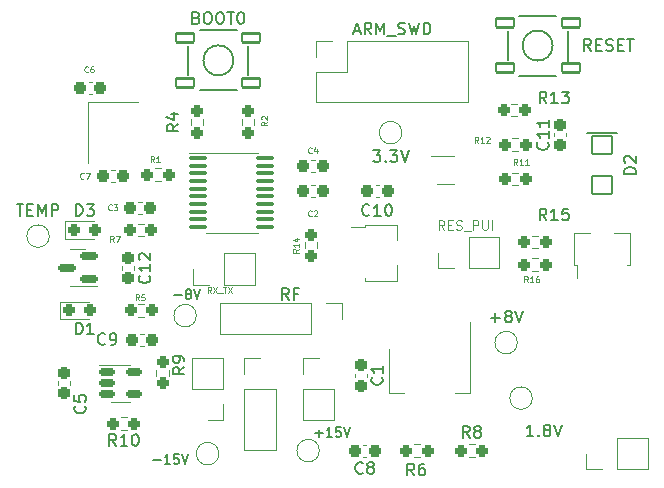
<source format=gto>
G04 #@! TF.GenerationSoftware,KiCad,Pcbnew,6.0.11+dfsg-1*
G04 #@! TF.CreationDate,2024-04-10T09:55:10+02:00*
G04 #@! TF.ProjectId,Nehari_Chauveliere_kicad_TMS,4e656861-7269-45f4-9368-617576656c69,rev?*
G04 #@! TF.SameCoordinates,Original*
G04 #@! TF.FileFunction,Legend,Top*
G04 #@! TF.FilePolarity,Positive*
%FSLAX46Y46*%
G04 Gerber Fmt 4.6, Leading zero omitted, Abs format (unit mm)*
G04 Created by KiCad (PCBNEW 6.0.11+dfsg-1) date 2024-04-10 09:55:10*
%MOMM*%
%LPD*%
G01*
G04 APERTURE LIST*
G04 Aperture macros list*
%AMRoundRect*
0 Rectangle with rounded corners*
0 $1 Rounding radius*
0 $2 $3 $4 $5 $6 $7 $8 $9 X,Y pos of 4 corners*
0 Add a 4 corners polygon primitive as box body*
4,1,4,$2,$3,$4,$5,$6,$7,$8,$9,$2,$3,0*
0 Add four circle primitives for the rounded corners*
1,1,$1+$1,$2,$3*
1,1,$1+$1,$4,$5*
1,1,$1+$1,$6,$7*
1,1,$1+$1,$8,$9*
0 Add four rect primitives between the rounded corners*
20,1,$1+$1,$2,$3,$4,$5,0*
20,1,$1+$1,$4,$5,$6,$7,0*
20,1,$1+$1,$6,$7,$8,$9,0*
20,1,$1+$1,$8,$9,$2,$3,0*%
%AMFreePoly0*
4,1,9,5.362500,-0.866500,1.237500,-0.866500,1.237500,-0.450000,-1.237500,-0.450000,-1.237500,0.450000,1.237500,0.450000,1.237500,0.866500,5.362500,0.866500,5.362500,-0.866500,5.362500,-0.866500,$1*%
G04 Aperture macros list end*
%ADD10C,0.200000*%
%ADD11C,0.150000*%
%ADD12C,0.100000*%
%ADD13C,0.125000*%
%ADD14C,0.110000*%
%ADD15C,0.120000*%
%ADD16C,0.203200*%
%ADD17C,1.500000*%
%ADD18RoundRect,0.237500X-0.237500X0.300000X-0.237500X-0.300000X0.237500X-0.300000X0.237500X0.300000X0*%
%ADD19RoundRect,0.237500X0.250000X0.237500X-0.250000X0.237500X-0.250000X-0.237500X0.250000X-0.237500X0*%
%ADD20RoundRect,0.237500X0.300000X0.237500X-0.300000X0.237500X-0.300000X-0.237500X0.300000X-0.237500X0*%
%ADD21RoundRect,0.101600X-0.762000X0.381000X-0.762000X-0.381000X0.762000X-0.381000X0.762000X0.381000X0*%
%ADD22R,1.500000X2.000000*%
%ADD23R,3.800000X2.000000*%
%ADD24R,1.700000X1.700000*%
%ADD25O,1.700000X1.700000*%
%ADD26RoundRect,0.237500X-0.250000X-0.237500X0.250000X-0.237500X0.250000X0.237500X-0.250000X0.237500X0*%
%ADD27R,7.500000X3.000000*%
%ADD28RoundRect,0.237500X0.237500X-0.250000X0.237500X0.250000X-0.237500X0.250000X-0.237500X-0.250000X0*%
%ADD29R,1.500000X1.950000*%
%ADD30R,0.900000X2.300000*%
%ADD31FreePoly0,90.000000*%
%ADD32RoundRect,0.237500X-0.300000X-0.237500X0.300000X-0.237500X0.300000X0.237500X-0.300000X0.237500X0*%
%ADD33RoundRect,0.237500X-0.237500X0.250000X-0.237500X-0.250000X0.237500X-0.250000X0.237500X0.250000X0*%
%ADD34RoundRect,0.050000X-0.840000X0.760000X-0.840000X-0.760000X0.840000X-0.760000X0.840000X0.760000X0*%
%ADD35RoundRect,0.237500X-0.287500X-0.237500X0.287500X-0.237500X0.287500X0.237500X-0.287500X0.237500X0*%
%ADD36RoundRect,0.150000X-0.512500X-0.150000X0.512500X-0.150000X0.512500X0.150000X-0.512500X0.150000X0*%
%ADD37RoundRect,0.100000X-0.637500X-0.100000X0.637500X-0.100000X0.637500X0.100000X-0.637500X0.100000X0*%
%ADD38RoundRect,0.150000X0.587500X0.150000X-0.587500X0.150000X-0.587500X-0.150000X0.587500X-0.150000X0*%
%ADD39R,2.300000X0.900000*%
%ADD40FreePoly0,0.000000*%
%ADD41R,1.500000X0.400000*%
%ADD42RoundRect,0.237500X0.237500X-0.300000X0.237500X0.300000X-0.237500X0.300000X-0.237500X-0.300000X0*%
G04 APERTURE END LIST*
D10*
X190444619Y-69286380D02*
X190111285Y-68810190D01*
X189873190Y-69286380D02*
X189873190Y-68286380D01*
X190254142Y-68286380D01*
X190349380Y-68334000D01*
X190397000Y-68381619D01*
X190444619Y-68476857D01*
X190444619Y-68619714D01*
X190397000Y-68714952D01*
X190349380Y-68762571D01*
X190254142Y-68810190D01*
X189873190Y-68810190D01*
X190873190Y-68762571D02*
X191206523Y-68762571D01*
X191349380Y-69286380D02*
X190873190Y-69286380D01*
X190873190Y-68286380D01*
X191349380Y-68286380D01*
X191730333Y-69238761D02*
X191873190Y-69286380D01*
X192111285Y-69286380D01*
X192206523Y-69238761D01*
X192254142Y-69191142D01*
X192301761Y-69095904D01*
X192301761Y-69000666D01*
X192254142Y-68905428D01*
X192206523Y-68857809D01*
X192111285Y-68810190D01*
X191920809Y-68762571D01*
X191825571Y-68714952D01*
X191777952Y-68667333D01*
X191730333Y-68572095D01*
X191730333Y-68476857D01*
X191777952Y-68381619D01*
X191825571Y-68334000D01*
X191920809Y-68286380D01*
X192158904Y-68286380D01*
X192301761Y-68334000D01*
X192730333Y-68762571D02*
X193063666Y-68762571D01*
X193206523Y-69286380D02*
X192730333Y-69286380D01*
X192730333Y-68286380D01*
X193206523Y-68286380D01*
X193492238Y-68286380D02*
X194063666Y-68286380D01*
X193777952Y-69286380D02*
X193777952Y-68286380D01*
X157043666Y-66476571D02*
X157186523Y-66524190D01*
X157234142Y-66571809D01*
X157281761Y-66667047D01*
X157281761Y-66809904D01*
X157234142Y-66905142D01*
X157186523Y-66952761D01*
X157091285Y-67000380D01*
X156710333Y-67000380D01*
X156710333Y-66000380D01*
X157043666Y-66000380D01*
X157138904Y-66048000D01*
X157186523Y-66095619D01*
X157234142Y-66190857D01*
X157234142Y-66286095D01*
X157186523Y-66381333D01*
X157138904Y-66428952D01*
X157043666Y-66476571D01*
X156710333Y-66476571D01*
X157900809Y-66000380D02*
X158091285Y-66000380D01*
X158186523Y-66048000D01*
X158281761Y-66143238D01*
X158329380Y-66333714D01*
X158329380Y-66667047D01*
X158281761Y-66857523D01*
X158186523Y-66952761D01*
X158091285Y-67000380D01*
X157900809Y-67000380D01*
X157805571Y-66952761D01*
X157710333Y-66857523D01*
X157662714Y-66667047D01*
X157662714Y-66333714D01*
X157710333Y-66143238D01*
X157805571Y-66048000D01*
X157900809Y-66000380D01*
X158948428Y-66000380D02*
X159138904Y-66000380D01*
X159234142Y-66048000D01*
X159329380Y-66143238D01*
X159377000Y-66333714D01*
X159377000Y-66667047D01*
X159329380Y-66857523D01*
X159234142Y-66952761D01*
X159138904Y-67000380D01*
X158948428Y-67000380D01*
X158853190Y-66952761D01*
X158757952Y-66857523D01*
X158710333Y-66667047D01*
X158710333Y-66333714D01*
X158757952Y-66143238D01*
X158853190Y-66048000D01*
X158948428Y-66000380D01*
X159662714Y-66000380D02*
X160234142Y-66000380D01*
X159948428Y-67000380D02*
X159948428Y-66000380D01*
X160757952Y-66000380D02*
X160853190Y-66000380D01*
X160948428Y-66048000D01*
X160996047Y-66095619D01*
X161043666Y-66190857D01*
X161091285Y-66381333D01*
X161091285Y-66619428D01*
X161043666Y-66809904D01*
X160996047Y-66905142D01*
X160948428Y-66952761D01*
X160853190Y-67000380D01*
X160757952Y-67000380D01*
X160662714Y-66952761D01*
X160615095Y-66905142D01*
X160567476Y-66809904D01*
X160519857Y-66619428D01*
X160519857Y-66381333D01*
X160567476Y-66190857D01*
X160615095Y-66095619D01*
X160662714Y-66048000D01*
X160757952Y-66000380D01*
D11*
X153403476Y-103943142D02*
X154013000Y-103943142D01*
X154813000Y-104247904D02*
X154355857Y-104247904D01*
X154584428Y-104247904D02*
X154584428Y-103447904D01*
X154508238Y-103562190D01*
X154432047Y-103638380D01*
X154355857Y-103676476D01*
X155536809Y-103447904D02*
X155155857Y-103447904D01*
X155117761Y-103828857D01*
X155155857Y-103790761D01*
X155232047Y-103752666D01*
X155422523Y-103752666D01*
X155498714Y-103790761D01*
X155536809Y-103828857D01*
X155574904Y-103905047D01*
X155574904Y-104095523D01*
X155536809Y-104171714D01*
X155498714Y-104209809D01*
X155422523Y-104247904D01*
X155232047Y-104247904D01*
X155155857Y-104209809D01*
X155117761Y-104171714D01*
X155803476Y-103447904D02*
X156070142Y-104247904D01*
X156336809Y-103447904D01*
X167119476Y-101657142D02*
X167729000Y-101657142D01*
X167424238Y-101961904D02*
X167424238Y-101352380D01*
X168529000Y-101961904D02*
X168071857Y-101961904D01*
X168300428Y-101961904D02*
X168300428Y-101161904D01*
X168224238Y-101276190D01*
X168148047Y-101352380D01*
X168071857Y-101390476D01*
X169252809Y-101161904D02*
X168871857Y-101161904D01*
X168833761Y-101542857D01*
X168871857Y-101504761D01*
X168948047Y-101466666D01*
X169138523Y-101466666D01*
X169214714Y-101504761D01*
X169252809Y-101542857D01*
X169290904Y-101619047D01*
X169290904Y-101809523D01*
X169252809Y-101885714D01*
X169214714Y-101923809D01*
X169138523Y-101961904D01*
X168948047Y-101961904D01*
X168871857Y-101923809D01*
X168833761Y-101885714D01*
X169519476Y-101161904D02*
X169786142Y-101961904D01*
X170052809Y-101161904D01*
X172005809Y-77684380D02*
X172624857Y-77684380D01*
X172291523Y-78065333D01*
X172434380Y-78065333D01*
X172529619Y-78112952D01*
X172577238Y-78160571D01*
X172624857Y-78255809D01*
X172624857Y-78493904D01*
X172577238Y-78589142D01*
X172529619Y-78636761D01*
X172434380Y-78684380D01*
X172148666Y-78684380D01*
X172053428Y-78636761D01*
X172005809Y-78589142D01*
X173053428Y-78589142D02*
X173101047Y-78636761D01*
X173053428Y-78684380D01*
X173005809Y-78636761D01*
X173053428Y-78589142D01*
X173053428Y-78684380D01*
X173434380Y-77684380D02*
X174053428Y-77684380D01*
X173720095Y-78065333D01*
X173862952Y-78065333D01*
X173958190Y-78112952D01*
X174005809Y-78160571D01*
X174053428Y-78255809D01*
X174053428Y-78493904D01*
X174005809Y-78589142D01*
X173958190Y-78636761D01*
X173862952Y-78684380D01*
X173577238Y-78684380D01*
X173482000Y-78636761D01*
X173434380Y-78589142D01*
X174339142Y-77684380D02*
X174672476Y-78684380D01*
X175005809Y-77684380D01*
X185578857Y-101925380D02*
X185007428Y-101925380D01*
X185293142Y-101925380D02*
X185293142Y-100925380D01*
X185197904Y-101068238D01*
X185102666Y-101163476D01*
X185007428Y-101211095D01*
X186007428Y-101830142D02*
X186055047Y-101877761D01*
X186007428Y-101925380D01*
X185959809Y-101877761D01*
X186007428Y-101830142D01*
X186007428Y-101925380D01*
X186626476Y-101353952D02*
X186531238Y-101306333D01*
X186483619Y-101258714D01*
X186436000Y-101163476D01*
X186436000Y-101115857D01*
X186483619Y-101020619D01*
X186531238Y-100973000D01*
X186626476Y-100925380D01*
X186816952Y-100925380D01*
X186912190Y-100973000D01*
X186959809Y-101020619D01*
X187007428Y-101115857D01*
X187007428Y-101163476D01*
X186959809Y-101258714D01*
X186912190Y-101306333D01*
X186816952Y-101353952D01*
X186626476Y-101353952D01*
X186531238Y-101401571D01*
X186483619Y-101449190D01*
X186436000Y-101544428D01*
X186436000Y-101734904D01*
X186483619Y-101830142D01*
X186531238Y-101877761D01*
X186626476Y-101925380D01*
X186816952Y-101925380D01*
X186912190Y-101877761D01*
X186959809Y-101830142D01*
X187007428Y-101734904D01*
X187007428Y-101544428D01*
X186959809Y-101449190D01*
X186912190Y-101401571D01*
X186816952Y-101353952D01*
X187293142Y-100925380D02*
X187626476Y-101925380D01*
X187959809Y-100925380D01*
X141827476Y-82256380D02*
X142398904Y-82256380D01*
X142113190Y-83256380D02*
X142113190Y-82256380D01*
X142732238Y-82732571D02*
X143065571Y-82732571D01*
X143208428Y-83256380D02*
X142732238Y-83256380D01*
X142732238Y-82256380D01*
X143208428Y-82256380D01*
X143637000Y-83256380D02*
X143637000Y-82256380D01*
X143970333Y-82970666D01*
X144303666Y-82256380D01*
X144303666Y-83256380D01*
X144779857Y-83256380D02*
X144779857Y-82256380D01*
X145160809Y-82256380D01*
X145256047Y-82304000D01*
X145303666Y-82351619D01*
X145351285Y-82446857D01*
X145351285Y-82589714D01*
X145303666Y-82684952D01*
X145256047Y-82732571D01*
X145160809Y-82780190D01*
X144779857Y-82780190D01*
X181975285Y-91892428D02*
X182737190Y-91892428D01*
X182356238Y-92273380D02*
X182356238Y-91511476D01*
X183356238Y-91701952D02*
X183261000Y-91654333D01*
X183213380Y-91606714D01*
X183165761Y-91511476D01*
X183165761Y-91463857D01*
X183213380Y-91368619D01*
X183261000Y-91321000D01*
X183356238Y-91273380D01*
X183546714Y-91273380D01*
X183641952Y-91321000D01*
X183689571Y-91368619D01*
X183737190Y-91463857D01*
X183737190Y-91511476D01*
X183689571Y-91606714D01*
X183641952Y-91654333D01*
X183546714Y-91701952D01*
X183356238Y-91701952D01*
X183261000Y-91749571D01*
X183213380Y-91797190D01*
X183165761Y-91892428D01*
X183165761Y-92082904D01*
X183213380Y-92178142D01*
X183261000Y-92225761D01*
X183356238Y-92273380D01*
X183546714Y-92273380D01*
X183641952Y-92225761D01*
X183689571Y-92178142D01*
X183737190Y-92082904D01*
X183737190Y-91892428D01*
X183689571Y-91797190D01*
X183641952Y-91749571D01*
X183546714Y-91701952D01*
X184022904Y-91273380D02*
X184356238Y-92273380D01*
X184689571Y-91273380D01*
X155181428Y-89973142D02*
X155790952Y-89973142D01*
X156286190Y-89820761D02*
X156210000Y-89782666D01*
X156171904Y-89744571D01*
X156133809Y-89668380D01*
X156133809Y-89630285D01*
X156171904Y-89554095D01*
X156210000Y-89516000D01*
X156286190Y-89477904D01*
X156438571Y-89477904D01*
X156514761Y-89516000D01*
X156552857Y-89554095D01*
X156590952Y-89630285D01*
X156590952Y-89668380D01*
X156552857Y-89744571D01*
X156514761Y-89782666D01*
X156438571Y-89820761D01*
X156286190Y-89820761D01*
X156210000Y-89858857D01*
X156171904Y-89896952D01*
X156133809Y-89973142D01*
X156133809Y-90125523D01*
X156171904Y-90201714D01*
X156210000Y-90239809D01*
X156286190Y-90277904D01*
X156438571Y-90277904D01*
X156514761Y-90239809D01*
X156552857Y-90201714D01*
X156590952Y-90125523D01*
X156590952Y-89973142D01*
X156552857Y-89896952D01*
X156514761Y-89858857D01*
X156438571Y-89820761D01*
X156819523Y-89477904D02*
X157086190Y-90277904D01*
X157352857Y-89477904D01*
X153044142Y-88299357D02*
X153091761Y-88346976D01*
X153139380Y-88489833D01*
X153139380Y-88585071D01*
X153091761Y-88727928D01*
X152996523Y-88823166D01*
X152901285Y-88870785D01*
X152710809Y-88918404D01*
X152567952Y-88918404D01*
X152377476Y-88870785D01*
X152282238Y-88823166D01*
X152187000Y-88727928D01*
X152139380Y-88585071D01*
X152139380Y-88489833D01*
X152187000Y-88346976D01*
X152234619Y-88299357D01*
X153139380Y-87346976D02*
X153139380Y-87918404D01*
X153139380Y-87632690D02*
X152139380Y-87632690D01*
X152282238Y-87727928D01*
X152377476Y-87823166D01*
X152425095Y-87918404D01*
X152234619Y-86966023D02*
X152187000Y-86918404D01*
X152139380Y-86823166D01*
X152139380Y-86585071D01*
X152187000Y-86489833D01*
X152234619Y-86442214D01*
X152329857Y-86394595D01*
X152425095Y-86394595D01*
X152567952Y-86442214D01*
X153139380Y-87013642D01*
X153139380Y-86394595D01*
D12*
X153459666Y-78712190D02*
X153293000Y-78474095D01*
X153173952Y-78712190D02*
X153173952Y-78212190D01*
X153364428Y-78212190D01*
X153412047Y-78236000D01*
X153435857Y-78259809D01*
X153459666Y-78307428D01*
X153459666Y-78378857D01*
X153435857Y-78426476D01*
X153412047Y-78450285D01*
X153364428Y-78474095D01*
X153173952Y-78474095D01*
X153935857Y-78712190D02*
X153650142Y-78712190D01*
X153793000Y-78712190D02*
X153793000Y-78212190D01*
X153745380Y-78283619D01*
X153697761Y-78331238D01*
X153650142Y-78355047D01*
X166794666Y-83236571D02*
X166770857Y-83260380D01*
X166699428Y-83284190D01*
X166651809Y-83284190D01*
X166580380Y-83260380D01*
X166532761Y-83212761D01*
X166508952Y-83165142D01*
X166485142Y-83069904D01*
X166485142Y-82998476D01*
X166508952Y-82903238D01*
X166532761Y-82855619D01*
X166580380Y-82808000D01*
X166651809Y-82784190D01*
X166699428Y-82784190D01*
X166770857Y-82808000D01*
X166794666Y-82831809D01*
X166985142Y-82831809D02*
X167008952Y-82808000D01*
X167056571Y-82784190D01*
X167175619Y-82784190D01*
X167223238Y-82808000D01*
X167247047Y-82831809D01*
X167270857Y-82879428D01*
X167270857Y-82927047D01*
X167247047Y-82998476D01*
X166961333Y-83284190D01*
X167270857Y-83284190D01*
D11*
X172729142Y-96914166D02*
X172776761Y-96961785D01*
X172824380Y-97104642D01*
X172824380Y-97199880D01*
X172776761Y-97342738D01*
X172681523Y-97437976D01*
X172586285Y-97485595D01*
X172395809Y-97533214D01*
X172252952Y-97533214D01*
X172062476Y-97485595D01*
X171967238Y-97437976D01*
X171872000Y-97342738D01*
X171824380Y-97199880D01*
X171824380Y-97104642D01*
X171872000Y-96961785D01*
X171919619Y-96914166D01*
X172824380Y-95961785D02*
X172824380Y-96533214D01*
X172824380Y-96247500D02*
X171824380Y-96247500D01*
X171967238Y-96342738D01*
X172062476Y-96437976D01*
X172110095Y-96533214D01*
X164853952Y-90368380D02*
X164520619Y-89892190D01*
X164282523Y-90368380D02*
X164282523Y-89368380D01*
X164663476Y-89368380D01*
X164758714Y-89416000D01*
X164806333Y-89463619D01*
X164853952Y-89558857D01*
X164853952Y-89701714D01*
X164806333Y-89796952D01*
X164758714Y-89844571D01*
X164663476Y-89892190D01*
X164282523Y-89892190D01*
X165615857Y-89844571D02*
X165282523Y-89844571D01*
X165282523Y-90368380D02*
X165282523Y-89368380D01*
X165758714Y-89368380D01*
D12*
X180907571Y-77061190D02*
X180740904Y-76823095D01*
X180621857Y-77061190D02*
X180621857Y-76561190D01*
X180812333Y-76561190D01*
X180859952Y-76585000D01*
X180883761Y-76608809D01*
X180907571Y-76656428D01*
X180907571Y-76727857D01*
X180883761Y-76775476D01*
X180859952Y-76799285D01*
X180812333Y-76823095D01*
X180621857Y-76823095D01*
X181383761Y-77061190D02*
X181098047Y-77061190D01*
X181240904Y-77061190D02*
X181240904Y-76561190D01*
X181193285Y-76632619D01*
X181145666Y-76680238D01*
X181098047Y-76704047D01*
X181574238Y-76608809D02*
X181598047Y-76585000D01*
X181645666Y-76561190D01*
X181764714Y-76561190D01*
X181812333Y-76585000D01*
X181836142Y-76608809D01*
X181859952Y-76656428D01*
X181859952Y-76704047D01*
X181836142Y-76775476D01*
X181550428Y-77061190D01*
X181859952Y-77061190D01*
D13*
X163040190Y-75267333D02*
X162802095Y-75434000D01*
X163040190Y-75553047D02*
X162540190Y-75553047D01*
X162540190Y-75362571D01*
X162564000Y-75314952D01*
X162587809Y-75291142D01*
X162635428Y-75267333D01*
X162706857Y-75267333D01*
X162754476Y-75291142D01*
X162778285Y-75314952D01*
X162802095Y-75362571D01*
X162802095Y-75553047D01*
X162587809Y-75076857D02*
X162564000Y-75053047D01*
X162540190Y-75005428D01*
X162540190Y-74886380D01*
X162564000Y-74838761D01*
X162587809Y-74814952D01*
X162635428Y-74791142D01*
X162683047Y-74791142D01*
X162754476Y-74814952D01*
X163040190Y-75100666D01*
X163040190Y-74791142D01*
D11*
X186682142Y-83637380D02*
X186348809Y-83161190D01*
X186110714Y-83637380D02*
X186110714Y-82637380D01*
X186491666Y-82637380D01*
X186586904Y-82685000D01*
X186634523Y-82732619D01*
X186682142Y-82827857D01*
X186682142Y-82970714D01*
X186634523Y-83065952D01*
X186586904Y-83113571D01*
X186491666Y-83161190D01*
X186110714Y-83161190D01*
X187634523Y-83637380D02*
X187063095Y-83637380D01*
X187348809Y-83637380D02*
X187348809Y-82637380D01*
X187253571Y-82780238D01*
X187158333Y-82875476D01*
X187063095Y-82923095D01*
X188539285Y-82637380D02*
X188063095Y-82637380D01*
X188015476Y-83113571D01*
X188063095Y-83065952D01*
X188158333Y-83018333D01*
X188396428Y-83018333D01*
X188491666Y-83065952D01*
X188539285Y-83113571D01*
X188586904Y-83208809D01*
X188586904Y-83446904D01*
X188539285Y-83542142D01*
X188491666Y-83589761D01*
X188396428Y-83637380D01*
X188158333Y-83637380D01*
X188063095Y-83589761D01*
X188015476Y-83542142D01*
X149312333Y-94083142D02*
X149264714Y-94130761D01*
X149121857Y-94178380D01*
X149026619Y-94178380D01*
X148883761Y-94130761D01*
X148788523Y-94035523D01*
X148740904Y-93940285D01*
X148693285Y-93749809D01*
X148693285Y-93606952D01*
X148740904Y-93416476D01*
X148788523Y-93321238D01*
X148883761Y-93226000D01*
X149026619Y-93178380D01*
X149121857Y-93178380D01*
X149264714Y-93226000D01*
X149312333Y-93273619D01*
X149788523Y-94178380D02*
X149979000Y-94178380D01*
X150074238Y-94130761D01*
X150121857Y-94083142D01*
X150217095Y-93940285D01*
X150264714Y-93749809D01*
X150264714Y-93368857D01*
X150217095Y-93273619D01*
X150169476Y-93226000D01*
X150074238Y-93178380D01*
X149883761Y-93178380D01*
X149788523Y-93226000D01*
X149740904Y-93273619D01*
X149693285Y-93368857D01*
X149693285Y-93606952D01*
X149740904Y-93702190D01*
X149788523Y-93749809D01*
X149883761Y-93797428D01*
X150074238Y-93797428D01*
X150169476Y-93749809D01*
X150217095Y-93702190D01*
X150264714Y-93606952D01*
D12*
X147871666Y-71044571D02*
X147847857Y-71068380D01*
X147776428Y-71092190D01*
X147728809Y-71092190D01*
X147657380Y-71068380D01*
X147609761Y-71020761D01*
X147585952Y-70973142D01*
X147562142Y-70877904D01*
X147562142Y-70806476D01*
X147585952Y-70711238D01*
X147609761Y-70663619D01*
X147657380Y-70616000D01*
X147728809Y-70592190D01*
X147776428Y-70592190D01*
X147847857Y-70616000D01*
X147871666Y-70639809D01*
X148300238Y-70592190D02*
X148205000Y-70592190D01*
X148157380Y-70616000D01*
X148133571Y-70639809D01*
X148085952Y-70711238D01*
X148062142Y-70806476D01*
X148062142Y-70996952D01*
X148085952Y-71044571D01*
X148109761Y-71068380D01*
X148157380Y-71092190D01*
X148252619Y-71092190D01*
X148300238Y-71068380D01*
X148324047Y-71044571D01*
X148347857Y-70996952D01*
X148347857Y-70877904D01*
X148324047Y-70830285D01*
X148300238Y-70806476D01*
X148252619Y-70782666D01*
X148157380Y-70782666D01*
X148109761Y-70806476D01*
X148085952Y-70830285D01*
X148062142Y-70877904D01*
X165707190Y-86069928D02*
X165469095Y-86236595D01*
X165707190Y-86355642D02*
X165207190Y-86355642D01*
X165207190Y-86165166D01*
X165231000Y-86117547D01*
X165254809Y-86093738D01*
X165302428Y-86069928D01*
X165373857Y-86069928D01*
X165421476Y-86093738D01*
X165445285Y-86117547D01*
X165469095Y-86165166D01*
X165469095Y-86355642D01*
X165707190Y-85593738D02*
X165707190Y-85879452D01*
X165707190Y-85736595D02*
X165207190Y-85736595D01*
X165278619Y-85784214D01*
X165326238Y-85831833D01*
X165350047Y-85879452D01*
X165373857Y-85165166D02*
X165707190Y-85165166D01*
X165183380Y-85284214D02*
X165540523Y-85403261D01*
X165540523Y-85093738D01*
X147490666Y-80061571D02*
X147466857Y-80085380D01*
X147395428Y-80109190D01*
X147347809Y-80109190D01*
X147276380Y-80085380D01*
X147228761Y-80037761D01*
X147204952Y-79990142D01*
X147181142Y-79894904D01*
X147181142Y-79823476D01*
X147204952Y-79728238D01*
X147228761Y-79680619D01*
X147276380Y-79633000D01*
X147347809Y-79609190D01*
X147395428Y-79609190D01*
X147466857Y-79633000D01*
X147490666Y-79656809D01*
X147657333Y-79609190D02*
X147990666Y-79609190D01*
X147776380Y-80109190D01*
D11*
X150242142Y-102720380D02*
X149908809Y-102244190D01*
X149670714Y-102720380D02*
X149670714Y-101720380D01*
X150051666Y-101720380D01*
X150146904Y-101768000D01*
X150194523Y-101815619D01*
X150242142Y-101910857D01*
X150242142Y-102053714D01*
X150194523Y-102148952D01*
X150146904Y-102196571D01*
X150051666Y-102244190D01*
X149670714Y-102244190D01*
X151194523Y-102720380D02*
X150623095Y-102720380D01*
X150908809Y-102720380D02*
X150908809Y-101720380D01*
X150813571Y-101863238D01*
X150718333Y-101958476D01*
X150623095Y-102006095D01*
X151813571Y-101720380D02*
X151908809Y-101720380D01*
X152004047Y-101768000D01*
X152051666Y-101815619D01*
X152099285Y-101910857D01*
X152146904Y-102101333D01*
X152146904Y-102339428D01*
X152099285Y-102529904D01*
X152051666Y-102625142D01*
X152004047Y-102672761D01*
X151908809Y-102720380D01*
X151813571Y-102720380D01*
X151718333Y-102672761D01*
X151670714Y-102625142D01*
X151623095Y-102529904D01*
X151575476Y-102339428D01*
X151575476Y-102101333D01*
X151623095Y-101910857D01*
X151670714Y-101815619D01*
X151718333Y-101768000D01*
X151813571Y-101720380D01*
X194254380Y-79683095D02*
X193254380Y-79683095D01*
X193254380Y-79445000D01*
X193302000Y-79302142D01*
X193397238Y-79206904D01*
X193492476Y-79159285D01*
X193682952Y-79111666D01*
X193825809Y-79111666D01*
X194016285Y-79159285D01*
X194111523Y-79206904D01*
X194206761Y-79302142D01*
X194254380Y-79445000D01*
X194254380Y-79683095D01*
X193349619Y-78730714D02*
X193302000Y-78683095D01*
X193254380Y-78587857D01*
X193254380Y-78349761D01*
X193302000Y-78254523D01*
X193349619Y-78206904D01*
X193444857Y-78159285D01*
X193540095Y-78159285D01*
X193682952Y-78206904D01*
X194254380Y-78778333D01*
X194254380Y-78159285D01*
X175474333Y-105227380D02*
X175141000Y-104751190D01*
X174902904Y-105227380D02*
X174902904Y-104227380D01*
X175283857Y-104227380D01*
X175379095Y-104275000D01*
X175426714Y-104322619D01*
X175474333Y-104417857D01*
X175474333Y-104560714D01*
X175426714Y-104655952D01*
X175379095Y-104703571D01*
X175283857Y-104751190D01*
X174902904Y-104751190D01*
X176331476Y-104227380D02*
X176141000Y-104227380D01*
X176045761Y-104275000D01*
X175998142Y-104322619D01*
X175902904Y-104465476D01*
X175855285Y-104655952D01*
X175855285Y-105036904D01*
X175902904Y-105132142D01*
X175950523Y-105179761D01*
X176045761Y-105227380D01*
X176236238Y-105227380D01*
X176331476Y-105179761D01*
X176379095Y-105132142D01*
X176426714Y-105036904D01*
X176426714Y-104798809D01*
X176379095Y-104703571D01*
X176331476Y-104655952D01*
X176236238Y-104608333D01*
X176045761Y-104608333D01*
X175950523Y-104655952D01*
X175902904Y-104703571D01*
X175855285Y-104798809D01*
D12*
X166794666Y-77902571D02*
X166770857Y-77926380D01*
X166699428Y-77950190D01*
X166651809Y-77950190D01*
X166580380Y-77926380D01*
X166532761Y-77878761D01*
X166508952Y-77831142D01*
X166485142Y-77735904D01*
X166485142Y-77664476D01*
X166508952Y-77569238D01*
X166532761Y-77521619D01*
X166580380Y-77474000D01*
X166651809Y-77450190D01*
X166699428Y-77450190D01*
X166770857Y-77474000D01*
X166794666Y-77497809D01*
X167223238Y-77616857D02*
X167223238Y-77950190D01*
X167104190Y-77426380D02*
X166985142Y-77783523D01*
X167294666Y-77783523D01*
X149877166Y-82728571D02*
X149853357Y-82752380D01*
X149781928Y-82776190D01*
X149734309Y-82776190D01*
X149662880Y-82752380D01*
X149615261Y-82704761D01*
X149591452Y-82657142D01*
X149567642Y-82561904D01*
X149567642Y-82490476D01*
X149591452Y-82395238D01*
X149615261Y-82347619D01*
X149662880Y-82300000D01*
X149734309Y-82276190D01*
X149781928Y-82276190D01*
X149853357Y-82300000D01*
X149877166Y-82323809D01*
X150043833Y-82276190D02*
X150353357Y-82276190D01*
X150186690Y-82466666D01*
X150258119Y-82466666D01*
X150305738Y-82490476D01*
X150329547Y-82514285D01*
X150353357Y-82561904D01*
X150353357Y-82680952D01*
X150329547Y-82728571D01*
X150305738Y-82752380D01*
X150258119Y-82776190D01*
X150115261Y-82776190D01*
X150067642Y-82752380D01*
X150043833Y-82728571D01*
D14*
X185098571Y-88872190D02*
X184931904Y-88634095D01*
X184812857Y-88872190D02*
X184812857Y-88372190D01*
X185003333Y-88372190D01*
X185050952Y-88396000D01*
X185074761Y-88419809D01*
X185098571Y-88467428D01*
X185098571Y-88538857D01*
X185074761Y-88586476D01*
X185050952Y-88610285D01*
X185003333Y-88634095D01*
X184812857Y-88634095D01*
X185574761Y-88872190D02*
X185289047Y-88872190D01*
X185431904Y-88872190D02*
X185431904Y-88372190D01*
X185384285Y-88443619D01*
X185336666Y-88491238D01*
X185289047Y-88515047D01*
X186003333Y-88372190D02*
X185908095Y-88372190D01*
X185860476Y-88396000D01*
X185836666Y-88419809D01*
X185789047Y-88491238D01*
X185765238Y-88586476D01*
X185765238Y-88776952D01*
X185789047Y-88824571D01*
X185812857Y-88848380D01*
X185860476Y-88872190D01*
X185955714Y-88872190D01*
X186003333Y-88848380D01*
X186027142Y-88824571D01*
X186050952Y-88776952D01*
X186050952Y-88657904D01*
X186027142Y-88610285D01*
X186003333Y-88586476D01*
X185955714Y-88562666D01*
X185860476Y-88562666D01*
X185812857Y-88586476D01*
X185789047Y-88610285D01*
X185765238Y-88657904D01*
D12*
X158301619Y-89761190D02*
X158134952Y-89523095D01*
X158015904Y-89761190D02*
X158015904Y-89261190D01*
X158206380Y-89261190D01*
X158254000Y-89285000D01*
X158277809Y-89308809D01*
X158301619Y-89356428D01*
X158301619Y-89427857D01*
X158277809Y-89475476D01*
X158254000Y-89499285D01*
X158206380Y-89523095D01*
X158015904Y-89523095D01*
X158468285Y-89261190D02*
X158801619Y-89761190D01*
X158801619Y-89261190D02*
X158468285Y-89761190D01*
X158873047Y-89808809D02*
X159254000Y-89808809D01*
X159301619Y-89261190D02*
X159587333Y-89261190D01*
X159444476Y-89761190D02*
X159444476Y-89261190D01*
X159706380Y-89261190D02*
X160039714Y-89761190D01*
X160039714Y-89261190D02*
X159706380Y-89761190D01*
D11*
X146835904Y-93289380D02*
X146835904Y-92289380D01*
X147074000Y-92289380D01*
X147216857Y-92337000D01*
X147312095Y-92432238D01*
X147359714Y-92527476D01*
X147407333Y-92717952D01*
X147407333Y-92860809D01*
X147359714Y-93051285D01*
X147312095Y-93146523D01*
X147216857Y-93241761D01*
X147074000Y-93289380D01*
X146835904Y-93289380D01*
X148359714Y-93289380D02*
X147788285Y-93289380D01*
X148074000Y-93289380D02*
X148074000Y-92289380D01*
X147978761Y-92432238D01*
X147883523Y-92527476D01*
X147788285Y-92575095D01*
X171129833Y-105005142D02*
X171082214Y-105052761D01*
X170939357Y-105100380D01*
X170844119Y-105100380D01*
X170701261Y-105052761D01*
X170606023Y-104957523D01*
X170558404Y-104862285D01*
X170510785Y-104671809D01*
X170510785Y-104528952D01*
X170558404Y-104338476D01*
X170606023Y-104243238D01*
X170701261Y-104148000D01*
X170844119Y-104100380D01*
X170939357Y-104100380D01*
X171082214Y-104148000D01*
X171129833Y-104195619D01*
X171701261Y-104528952D02*
X171606023Y-104481333D01*
X171558404Y-104433714D01*
X171510785Y-104338476D01*
X171510785Y-104290857D01*
X171558404Y-104195619D01*
X171606023Y-104148000D01*
X171701261Y-104100380D01*
X171891738Y-104100380D01*
X171986976Y-104148000D01*
X172034595Y-104195619D01*
X172082214Y-104290857D01*
X172082214Y-104338476D01*
X172034595Y-104433714D01*
X171986976Y-104481333D01*
X171891738Y-104528952D01*
X171701261Y-104528952D01*
X171606023Y-104576571D01*
X171558404Y-104624190D01*
X171510785Y-104719428D01*
X171510785Y-104909904D01*
X171558404Y-105005142D01*
X171606023Y-105052761D01*
X171701261Y-105100380D01*
X171891738Y-105100380D01*
X171986976Y-105052761D01*
X172034595Y-105005142D01*
X172082214Y-104909904D01*
X172082214Y-104719428D01*
X172034595Y-104624190D01*
X171986976Y-104576571D01*
X171891738Y-104528952D01*
D12*
X150030666Y-85443190D02*
X149864000Y-85205095D01*
X149744952Y-85443190D02*
X149744952Y-84943190D01*
X149935428Y-84943190D01*
X149983047Y-84967000D01*
X150006857Y-84990809D01*
X150030666Y-85038428D01*
X150030666Y-85109857D01*
X150006857Y-85157476D01*
X149983047Y-85181285D01*
X149935428Y-85205095D01*
X149744952Y-85205095D01*
X150197333Y-84943190D02*
X150530666Y-84943190D01*
X150316380Y-85443190D01*
D11*
X156027380Y-96051666D02*
X155551190Y-96385000D01*
X156027380Y-96623095D02*
X155027380Y-96623095D01*
X155027380Y-96242142D01*
X155075000Y-96146904D01*
X155122619Y-96099285D01*
X155217857Y-96051666D01*
X155360714Y-96051666D01*
X155455952Y-96099285D01*
X155503571Y-96146904D01*
X155551190Y-96242142D01*
X155551190Y-96623095D01*
X156027380Y-95575476D02*
X156027380Y-95385000D01*
X155979761Y-95289761D01*
X155932142Y-95242142D01*
X155789285Y-95146904D01*
X155598809Y-95099285D01*
X155217857Y-95099285D01*
X155122619Y-95146904D01*
X155075000Y-95194523D01*
X155027380Y-95289761D01*
X155027380Y-95480238D01*
X155075000Y-95575476D01*
X155122619Y-95623095D01*
X155217857Y-95670714D01*
X155455952Y-95670714D01*
X155551190Y-95623095D01*
X155598809Y-95575476D01*
X155646428Y-95480238D01*
X155646428Y-95289761D01*
X155598809Y-95194523D01*
X155551190Y-95146904D01*
X155455952Y-95099285D01*
X170370904Y-67603666D02*
X170847095Y-67603666D01*
X170275666Y-67889380D02*
X170609000Y-66889380D01*
X170942333Y-67889380D01*
X171847095Y-67889380D02*
X171513761Y-67413190D01*
X171275666Y-67889380D02*
X171275666Y-66889380D01*
X171656619Y-66889380D01*
X171751857Y-66937000D01*
X171799476Y-66984619D01*
X171847095Y-67079857D01*
X171847095Y-67222714D01*
X171799476Y-67317952D01*
X171751857Y-67365571D01*
X171656619Y-67413190D01*
X171275666Y-67413190D01*
X172275666Y-67889380D02*
X172275666Y-66889380D01*
X172609000Y-67603666D01*
X172942333Y-66889380D01*
X172942333Y-67889380D01*
X173180428Y-67984619D02*
X173942333Y-67984619D01*
X174132809Y-67841761D02*
X174275666Y-67889380D01*
X174513761Y-67889380D01*
X174609000Y-67841761D01*
X174656619Y-67794142D01*
X174704238Y-67698904D01*
X174704238Y-67603666D01*
X174656619Y-67508428D01*
X174609000Y-67460809D01*
X174513761Y-67413190D01*
X174323285Y-67365571D01*
X174228047Y-67317952D01*
X174180428Y-67270333D01*
X174132809Y-67175095D01*
X174132809Y-67079857D01*
X174180428Y-66984619D01*
X174228047Y-66937000D01*
X174323285Y-66889380D01*
X174561380Y-66889380D01*
X174704238Y-66937000D01*
X175037571Y-66889380D02*
X175275666Y-67889380D01*
X175466142Y-67175095D01*
X175656619Y-67889380D01*
X175894714Y-66889380D01*
X176275666Y-67889380D02*
X176275666Y-66889380D01*
X176513761Y-66889380D01*
X176656619Y-66937000D01*
X176751857Y-67032238D01*
X176799476Y-67127476D01*
X176847095Y-67317952D01*
X176847095Y-67460809D01*
X176799476Y-67651285D01*
X176751857Y-67746523D01*
X176656619Y-67841761D01*
X176513761Y-67889380D01*
X176275666Y-67889380D01*
X171696142Y-83161142D02*
X171648523Y-83208761D01*
X171505666Y-83256380D01*
X171410428Y-83256380D01*
X171267571Y-83208761D01*
X171172333Y-83113523D01*
X171124714Y-83018285D01*
X171077095Y-82827809D01*
X171077095Y-82684952D01*
X171124714Y-82494476D01*
X171172333Y-82399238D01*
X171267571Y-82304000D01*
X171410428Y-82256380D01*
X171505666Y-82256380D01*
X171648523Y-82304000D01*
X171696142Y-82351619D01*
X172648523Y-83256380D02*
X172077095Y-83256380D01*
X172362809Y-83256380D02*
X172362809Y-82256380D01*
X172267571Y-82399238D01*
X172172333Y-82494476D01*
X172077095Y-82542095D01*
X173267571Y-82256380D02*
X173362809Y-82256380D01*
X173458047Y-82304000D01*
X173505666Y-82351619D01*
X173553285Y-82446857D01*
X173600904Y-82637333D01*
X173600904Y-82875428D01*
X173553285Y-83065904D01*
X173505666Y-83161142D01*
X173458047Y-83208761D01*
X173362809Y-83256380D01*
X173267571Y-83256380D01*
X173172333Y-83208761D01*
X173124714Y-83161142D01*
X173077095Y-83065904D01*
X173029476Y-82875428D01*
X173029476Y-82637333D01*
X173077095Y-82446857D01*
X173124714Y-82351619D01*
X173172333Y-82304000D01*
X173267571Y-82256380D01*
D12*
X184209571Y-78933190D02*
X184042904Y-78695095D01*
X183923857Y-78933190D02*
X183923857Y-78433190D01*
X184114333Y-78433190D01*
X184161952Y-78457000D01*
X184185761Y-78480809D01*
X184209571Y-78528428D01*
X184209571Y-78599857D01*
X184185761Y-78647476D01*
X184161952Y-78671285D01*
X184114333Y-78695095D01*
X183923857Y-78695095D01*
X184685761Y-78933190D02*
X184400047Y-78933190D01*
X184542904Y-78933190D02*
X184542904Y-78433190D01*
X184495285Y-78504619D01*
X184447666Y-78552238D01*
X184400047Y-78576047D01*
X185161952Y-78933190D02*
X184876238Y-78933190D01*
X185019095Y-78933190D02*
X185019095Y-78433190D01*
X184971476Y-78504619D01*
X184923857Y-78552238D01*
X184876238Y-78576047D01*
X178022476Y-84435904D02*
X177755809Y-84054952D01*
X177565333Y-84435904D02*
X177565333Y-83635904D01*
X177870095Y-83635904D01*
X177946285Y-83674000D01*
X177984380Y-83712095D01*
X178022476Y-83788285D01*
X178022476Y-83902571D01*
X177984380Y-83978761D01*
X177946285Y-84016857D01*
X177870095Y-84054952D01*
X177565333Y-84054952D01*
X178365333Y-84016857D02*
X178632000Y-84016857D01*
X178746285Y-84435904D02*
X178365333Y-84435904D01*
X178365333Y-83635904D01*
X178746285Y-83635904D01*
X179051047Y-84397809D02*
X179165333Y-84435904D01*
X179355809Y-84435904D01*
X179432000Y-84397809D01*
X179470095Y-84359714D01*
X179508190Y-84283523D01*
X179508190Y-84207333D01*
X179470095Y-84131142D01*
X179432000Y-84093047D01*
X179355809Y-84054952D01*
X179203428Y-84016857D01*
X179127238Y-83978761D01*
X179089142Y-83940666D01*
X179051047Y-83864476D01*
X179051047Y-83788285D01*
X179089142Y-83712095D01*
X179127238Y-83674000D01*
X179203428Y-83635904D01*
X179393904Y-83635904D01*
X179508190Y-83674000D01*
X179660571Y-84512095D02*
X180270095Y-84512095D01*
X180460571Y-84435904D02*
X180460571Y-83635904D01*
X180765333Y-83635904D01*
X180841523Y-83674000D01*
X180879619Y-83712095D01*
X180917714Y-83788285D01*
X180917714Y-83902571D01*
X180879619Y-83978761D01*
X180841523Y-84016857D01*
X180765333Y-84054952D01*
X180460571Y-84054952D01*
X181260571Y-83635904D02*
X181260571Y-84283523D01*
X181298666Y-84359714D01*
X181336761Y-84397809D01*
X181412952Y-84435904D01*
X181565333Y-84435904D01*
X181641523Y-84397809D01*
X181679619Y-84359714D01*
X181717714Y-84283523D01*
X181717714Y-83635904D01*
X182098666Y-84435904D02*
X182098666Y-83635904D01*
D11*
X186682142Y-73731380D02*
X186348809Y-73255190D01*
X186110714Y-73731380D02*
X186110714Y-72731380D01*
X186491666Y-72731380D01*
X186586904Y-72779000D01*
X186634523Y-72826619D01*
X186682142Y-72921857D01*
X186682142Y-73064714D01*
X186634523Y-73159952D01*
X186586904Y-73207571D01*
X186491666Y-73255190D01*
X186110714Y-73255190D01*
X187634523Y-73731380D02*
X187063095Y-73731380D01*
X187348809Y-73731380D02*
X187348809Y-72731380D01*
X187253571Y-72874238D01*
X187158333Y-72969476D01*
X187063095Y-73017095D01*
X187967857Y-72731380D02*
X188586904Y-72731380D01*
X188253571Y-73112333D01*
X188396428Y-73112333D01*
X188491666Y-73159952D01*
X188539285Y-73207571D01*
X188586904Y-73302809D01*
X188586904Y-73540904D01*
X188539285Y-73636142D01*
X188491666Y-73683761D01*
X188396428Y-73731380D01*
X188110714Y-73731380D01*
X188015476Y-73683761D01*
X187967857Y-73636142D01*
X146835904Y-83256380D02*
X146835904Y-82256380D01*
X147074000Y-82256380D01*
X147216857Y-82304000D01*
X147312095Y-82399238D01*
X147359714Y-82494476D01*
X147407333Y-82684952D01*
X147407333Y-82827809D01*
X147359714Y-83018285D01*
X147312095Y-83113523D01*
X147216857Y-83208761D01*
X147074000Y-83256380D01*
X146835904Y-83256380D01*
X147740666Y-82256380D02*
X148359714Y-82256380D01*
X148026380Y-82637333D01*
X148169238Y-82637333D01*
X148264476Y-82684952D01*
X148312095Y-82732571D01*
X148359714Y-82827809D01*
X148359714Y-83065904D01*
X148312095Y-83161142D01*
X148264476Y-83208761D01*
X148169238Y-83256380D01*
X147883523Y-83256380D01*
X147788285Y-83208761D01*
X147740666Y-83161142D01*
X155519380Y-75477666D02*
X155043190Y-75811000D01*
X155519380Y-76049095D02*
X154519380Y-76049095D01*
X154519380Y-75668142D01*
X154567000Y-75572904D01*
X154614619Y-75525285D01*
X154709857Y-75477666D01*
X154852714Y-75477666D01*
X154947952Y-75525285D01*
X154995571Y-75572904D01*
X155043190Y-75668142D01*
X155043190Y-76049095D01*
X154852714Y-74620523D02*
X155519380Y-74620523D01*
X154471761Y-74858619D02*
X155186047Y-75096714D01*
X155186047Y-74477666D01*
X147583142Y-99353666D02*
X147630761Y-99401285D01*
X147678380Y-99544142D01*
X147678380Y-99639380D01*
X147630761Y-99782238D01*
X147535523Y-99877476D01*
X147440285Y-99925095D01*
X147249809Y-99972714D01*
X147106952Y-99972714D01*
X146916476Y-99925095D01*
X146821238Y-99877476D01*
X146726000Y-99782238D01*
X146678380Y-99639380D01*
X146678380Y-99544142D01*
X146726000Y-99401285D01*
X146773619Y-99353666D01*
X146678380Y-98448904D02*
X146678380Y-98925095D01*
X147154571Y-98972714D01*
X147106952Y-98925095D01*
X147059333Y-98829857D01*
X147059333Y-98591761D01*
X147106952Y-98496523D01*
X147154571Y-98448904D01*
X147249809Y-98401285D01*
X147487904Y-98401285D01*
X147583142Y-98448904D01*
X147630761Y-98496523D01*
X147678380Y-98591761D01*
X147678380Y-98829857D01*
X147630761Y-98925095D01*
X147583142Y-98972714D01*
D12*
X152189666Y-90396190D02*
X152023000Y-90158095D01*
X151903952Y-90396190D02*
X151903952Y-89896190D01*
X152094428Y-89896190D01*
X152142047Y-89920000D01*
X152165857Y-89943809D01*
X152189666Y-89991428D01*
X152189666Y-90062857D01*
X152165857Y-90110476D01*
X152142047Y-90134285D01*
X152094428Y-90158095D01*
X151903952Y-90158095D01*
X152642047Y-89896190D02*
X152403952Y-89896190D01*
X152380142Y-90134285D01*
X152403952Y-90110476D01*
X152451571Y-90086666D01*
X152570619Y-90086666D01*
X152618238Y-90110476D01*
X152642047Y-90134285D01*
X152665857Y-90181904D01*
X152665857Y-90300952D01*
X152642047Y-90348571D01*
X152618238Y-90372380D01*
X152570619Y-90396190D01*
X152451571Y-90396190D01*
X152403952Y-90372380D01*
X152380142Y-90348571D01*
D11*
X180173333Y-102052380D02*
X179840000Y-101576190D01*
X179601904Y-102052380D02*
X179601904Y-101052380D01*
X179982857Y-101052380D01*
X180078095Y-101100000D01*
X180125714Y-101147619D01*
X180173333Y-101242857D01*
X180173333Y-101385714D01*
X180125714Y-101480952D01*
X180078095Y-101528571D01*
X179982857Y-101576190D01*
X179601904Y-101576190D01*
X180744761Y-101480952D02*
X180649523Y-101433333D01*
X180601904Y-101385714D01*
X180554285Y-101290476D01*
X180554285Y-101242857D01*
X180601904Y-101147619D01*
X180649523Y-101100000D01*
X180744761Y-101052380D01*
X180935238Y-101052380D01*
X181030476Y-101100000D01*
X181078095Y-101147619D01*
X181125714Y-101242857D01*
X181125714Y-101290476D01*
X181078095Y-101385714D01*
X181030476Y-101433333D01*
X180935238Y-101480952D01*
X180744761Y-101480952D01*
X180649523Y-101528571D01*
X180601904Y-101576190D01*
X180554285Y-101671428D01*
X180554285Y-101861904D01*
X180601904Y-101957142D01*
X180649523Y-102004761D01*
X180744761Y-102052380D01*
X180935238Y-102052380D01*
X181030476Y-102004761D01*
X181078095Y-101957142D01*
X181125714Y-101861904D01*
X181125714Y-101671428D01*
X181078095Y-101576190D01*
X181030476Y-101528571D01*
X180935238Y-101480952D01*
X186777034Y-77020718D02*
X186824653Y-77068337D01*
X186872272Y-77211194D01*
X186872272Y-77306432D01*
X186824653Y-77449289D01*
X186729415Y-77544527D01*
X186634177Y-77592146D01*
X186443701Y-77639765D01*
X186300844Y-77639765D01*
X186110368Y-77592146D01*
X186015130Y-77544527D01*
X185919892Y-77449289D01*
X185872272Y-77306432D01*
X185872272Y-77211194D01*
X185919892Y-77068337D01*
X185967511Y-77020718D01*
X186872272Y-76068337D02*
X186872272Y-76639765D01*
X186872272Y-76354051D02*
X185872272Y-76354051D01*
X186015130Y-76449289D01*
X186110368Y-76544527D01*
X186157987Y-76639765D01*
X186872272Y-75115956D02*
X186872272Y-75687384D01*
X186872272Y-75401670D02*
X185872272Y-75401670D01*
X186015130Y-75496908D01*
X186110368Y-75592146D01*
X186157987Y-75687384D01*
D15*
X158938000Y-103378000D02*
G75*
G03*
X158938000Y-103378000I-950000J0D01*
G01*
X167447000Y-103124000D02*
G75*
G03*
X167447000Y-103124000I-950000J0D01*
G01*
X174432000Y-76200000D02*
G75*
G03*
X174432000Y-76200000I-950000J0D01*
G01*
X185481000Y-98679000D02*
G75*
G03*
X185481000Y-98679000I-950000J0D01*
G01*
X144587000Y-84963000D02*
G75*
G03*
X144587000Y-84963000I-950000J0D01*
G01*
X184211000Y-93980000D02*
G75*
G03*
X184211000Y-93980000I-950000J0D01*
G01*
X157033000Y-91694000D02*
G75*
G03*
X157033000Y-91694000I-950000J0D01*
G01*
X151767000Y-87510233D02*
X151767000Y-87802767D01*
X150747000Y-87510233D02*
X150747000Y-87802767D01*
X154051724Y-80278500D02*
X153542276Y-80278500D01*
X154051724Y-79233500D02*
X153542276Y-79233500D01*
X167050767Y-81663000D02*
X166758233Y-81663000D01*
X167050767Y-80643000D02*
X166758233Y-80643000D01*
D16*
X161442400Y-68839080D02*
X161442400Y-71348600D01*
X156362400Y-71318120D02*
X156362400Y-68839080D01*
X157363160Y-67538600D02*
X160441640Y-67538600D01*
X160441640Y-72618600D02*
X157363160Y-72618600D01*
X160172400Y-70078600D02*
G75*
G03*
X160172400Y-70078600I-1270000J0D01*
G01*
D15*
X173374000Y-94518000D02*
X173374000Y-98278000D01*
X173374000Y-98278000D02*
X174634000Y-98278000D01*
X180194000Y-92268000D02*
X180194000Y-98278000D01*
X180194000Y-98278000D02*
X178934000Y-98278000D01*
X171452000Y-96601233D02*
X171452000Y-96893767D01*
X170432000Y-96601233D02*
X170432000Y-96893767D01*
X166751000Y-90618000D02*
X159071000Y-90618000D01*
X159071000Y-90618000D02*
X159071000Y-93278000D01*
X168021000Y-90618000D02*
X169351000Y-90618000D01*
X169351000Y-90618000D02*
X169351000Y-91948000D01*
X166751000Y-90618000D02*
X166751000Y-93278000D01*
X166751000Y-93278000D02*
X159071000Y-93278000D01*
X183791776Y-77738500D02*
X184301224Y-77738500D01*
X183791776Y-76693500D02*
X184301224Y-76693500D01*
X161939500Y-75542224D02*
X161939500Y-75032776D01*
X160894500Y-75542224D02*
X160894500Y-75032776D01*
X185952224Y-84948500D02*
X185442776Y-84948500D01*
X185952224Y-85993500D02*
X185442776Y-85993500D01*
X152572767Y-93216000D02*
X152280233Y-93216000D01*
X152572767Y-94236000D02*
X152280233Y-94236000D01*
X192659000Y-104708000D02*
X192659000Y-102048000D01*
X190059000Y-104708000D02*
X190059000Y-103378000D01*
X192659000Y-102048000D02*
X195259000Y-102048000D01*
X192659000Y-104708000D02*
X195259000Y-104708000D01*
X191389000Y-104708000D02*
X190059000Y-104708000D01*
X195259000Y-104708000D02*
X195259000Y-102048000D01*
X147860500Y-73600000D02*
X147860500Y-78800000D01*
X152060500Y-73600000D02*
X147860500Y-73600000D01*
X189029000Y-84669500D02*
X190339000Y-84669500D01*
X192439000Y-84669500D02*
X193749000Y-84669500D01*
X189029000Y-87389500D02*
X189029000Y-84669500D01*
X189029000Y-87389500D02*
X189259000Y-87389500D01*
X193749000Y-87389500D02*
X193519000Y-87389500D01*
X193749000Y-84669500D02*
X193749000Y-87389500D01*
X189259000Y-88529500D02*
X189259000Y-87389500D01*
X147909233Y-72900000D02*
X148201767Y-72900000D01*
X147909233Y-71880000D02*
X148201767Y-71880000D01*
X166228500Y-85493776D02*
X166228500Y-86003224D01*
X167273500Y-85493776D02*
X167273500Y-86003224D01*
X149840733Y-79373000D02*
X150133267Y-79373000D01*
X149840733Y-80393000D02*
X150133267Y-80393000D01*
X151139724Y-100315500D02*
X150630276Y-100315500D01*
X151139724Y-101360500D02*
X150630276Y-101360500D01*
D11*
X192639000Y-76195000D02*
X190139000Y-76195000D01*
D15*
X175463276Y-103646500D02*
X175972724Y-103646500D01*
X175463276Y-102601500D02*
X175972724Y-102601500D01*
X159318000Y-97922000D02*
X156658000Y-97922000D01*
X159318000Y-100522000D02*
X157988000Y-100522000D01*
X156658000Y-97922000D02*
X156658000Y-95322000D01*
X159318000Y-99192000D02*
X159318000Y-100522000D01*
X159318000Y-97922000D02*
X159318000Y-95322000D01*
X159318000Y-95322000D02*
X156658000Y-95322000D01*
D16*
X187467240Y-71374000D02*
X184388760Y-71374000D01*
X184388760Y-66294000D02*
X187467240Y-66294000D01*
X188468000Y-67594480D02*
X188468000Y-70104000D01*
X183388000Y-70073520D02*
X183388000Y-67594480D01*
X187198000Y-68834000D02*
G75*
G03*
X187198000Y-68834000I-1270000J0D01*
G01*
D15*
X167050767Y-78484000D02*
X166758233Y-78484000D01*
X167050767Y-79504000D02*
X166758233Y-79504000D01*
X152419267Y-83060000D02*
X152126733Y-83060000D01*
X152419267Y-82040000D02*
X152126733Y-82040000D01*
X185442776Y-87898500D02*
X185952224Y-87898500D01*
X185442776Y-86853500D02*
X185952224Y-86853500D01*
X156785000Y-89087000D02*
X156785000Y-87757000D01*
X161985000Y-89087000D02*
X161985000Y-86427000D01*
X158115000Y-89087000D02*
X156785000Y-89087000D01*
X159385000Y-89087000D02*
X159385000Y-86427000D01*
X159385000Y-86427000D02*
X161985000Y-86427000D01*
X159385000Y-89087000D02*
X161985000Y-89087000D01*
X145480018Y-90505060D02*
X145480018Y-91975060D01*
X145480018Y-91975060D02*
X147940018Y-91975060D01*
X147940018Y-90505060D02*
X145480018Y-90505060D01*
X171442767Y-102614000D02*
X171150233Y-102614000D01*
X171442767Y-103634000D02*
X171150233Y-103634000D01*
X152567645Y-83916369D02*
X152058197Y-83916369D01*
X152567645Y-84961369D02*
X152058197Y-84961369D01*
X153655500Y-96270776D02*
X153655500Y-96780224D01*
X154700500Y-96270776D02*
X154700500Y-96780224D01*
X150627500Y-98969000D02*
X151427500Y-98969000D01*
X150627500Y-95849000D02*
X148827500Y-95849000D01*
X150627500Y-95849000D02*
X151427500Y-95849000D01*
X150627500Y-98969000D02*
X149827500Y-98969000D01*
X169799000Y-71043800D02*
X169799000Y-68443800D01*
X167199000Y-73643800D02*
X180019000Y-73643800D01*
X180019000Y-73643800D02*
X180019000Y-68443800D01*
X167199000Y-69773800D02*
X167199000Y-68443800D01*
X167199000Y-73643800D02*
X167199000Y-71043800D01*
X167199000Y-68443800D02*
X168529000Y-68443800D01*
X169799000Y-68443800D02*
X180019000Y-68443800D01*
X167199000Y-71043800D02*
X169799000Y-71043800D01*
X166056000Y-95317000D02*
X167386000Y-95317000D01*
X168716000Y-97917000D02*
X168716000Y-100517000D01*
X166056000Y-96647000D02*
X166056000Y-95317000D01*
X166056000Y-97917000D02*
X166056000Y-100517000D01*
X166056000Y-97917000D02*
X168716000Y-97917000D01*
X166056000Y-100517000D02*
X168716000Y-100517000D01*
X160020000Y-77895000D02*
X162220000Y-77895000D01*
X160020000Y-84665000D02*
X157820000Y-84665000D01*
X160020000Y-84665000D02*
X162220000Y-84665000D01*
X160020000Y-77895000D02*
X156420000Y-77895000D01*
X172219233Y-80643000D02*
X172511767Y-80643000D01*
X172219233Y-81663000D02*
X172511767Y-81663000D01*
X146987500Y-89190000D02*
X146337500Y-89190000D01*
X146987500Y-89190000D02*
X148662500Y-89190000D01*
X146987500Y-86070000D02*
X146337500Y-86070000D01*
X146987500Y-86070000D02*
X147637500Y-86070000D01*
X183791776Y-79614500D02*
X184301224Y-79614500D01*
X183791776Y-80659500D02*
X184301224Y-80659500D01*
X178816000Y-87690000D02*
X177486000Y-87690000D01*
X182686000Y-87690000D02*
X182686000Y-85030000D01*
X180086000Y-85030000D02*
X182686000Y-85030000D01*
X180086000Y-87690000D02*
X180086000Y-85030000D01*
X180086000Y-87690000D02*
X182686000Y-87690000D01*
X177486000Y-87690000D02*
X177486000Y-86360000D01*
X184217724Y-74817500D02*
X183708276Y-74817500D01*
X184217724Y-73772500D02*
X183708276Y-73772500D01*
X148388000Y-83720000D02*
X145928000Y-83720000D01*
X145928000Y-85190000D02*
X148388000Y-85190000D01*
X145928000Y-83720000D02*
X145928000Y-85190000D01*
X156576500Y-75542224D02*
X156576500Y-75032776D01*
X157621500Y-75542224D02*
X157621500Y-75032776D01*
X171279000Y-84000000D02*
X173999000Y-84000000D01*
X173999000Y-87410000D02*
X173999000Y-88720000D01*
X171279000Y-88720000D02*
X171279000Y-88490000D01*
X171279000Y-84000000D02*
X171279000Y-84230000D01*
X173999000Y-84000000D02*
X173999000Y-85310000D01*
X173999000Y-88720000D02*
X171279000Y-88720000D01*
X170139000Y-84230000D02*
X171279000Y-84230000D01*
X146306000Y-97236233D02*
X146306000Y-97528767D01*
X145286000Y-97236233D02*
X145286000Y-97528767D01*
X152631224Y-90729500D02*
X152121776Y-90729500D01*
X152631224Y-91774500D02*
X152121776Y-91774500D01*
X177414000Y-80520000D02*
X178814000Y-80520000D01*
X178814000Y-78200000D02*
X176914000Y-78200000D01*
X161103000Y-97917000D02*
X161103000Y-103057000D01*
X161103000Y-97917000D02*
X163763000Y-97917000D01*
X161103000Y-96647000D02*
X161103000Y-95317000D01*
X161103000Y-103057000D02*
X163763000Y-103057000D01*
X163763000Y-97917000D02*
X163763000Y-103057000D01*
X161103000Y-95317000D02*
X162433000Y-95317000D01*
X180082276Y-103646500D02*
X180591724Y-103646500D01*
X180082276Y-102601500D02*
X180591724Y-102601500D01*
X188359892Y-76524128D02*
X188359892Y-76231594D01*
X187339892Y-76524128D02*
X187339892Y-76231594D01*
%LPC*%
D17*
X157988000Y-103378000D03*
X166497000Y-103124000D03*
X173482000Y-76200000D03*
X184531000Y-98679000D03*
X143637000Y-84963000D03*
X183261000Y-93980000D03*
X156083000Y-91694000D03*
D18*
X151257000Y-86794000D03*
X151257000Y-88519000D03*
D19*
X154709500Y-79756000D03*
X152884500Y-79756000D03*
D20*
X167767000Y-81153000D03*
X166042000Y-81153000D03*
D21*
X161696400Y-71983600D03*
X156108400Y-71983600D03*
X161696400Y-68173600D03*
X156108400Y-68173600D03*
D22*
X179084000Y-93218000D03*
D23*
X176784000Y-99518000D03*
D22*
X176784000Y-93218000D03*
X174484000Y-93218000D03*
D18*
X170942000Y-95885000D03*
X170942000Y-97610000D03*
D24*
X168021000Y-91948000D03*
D25*
X165481000Y-91948000D03*
X162941000Y-91948000D03*
X160401000Y-91948000D03*
D26*
X183134000Y-77216000D03*
X184959000Y-77216000D03*
D27*
X191389000Y-93726000D03*
X191389000Y-98726000D03*
D28*
X161417000Y-76200000D03*
X161417000Y-74375000D03*
D19*
X186610000Y-85471000D03*
X184785000Y-85471000D03*
D20*
X153289000Y-93726000D03*
X151564000Y-93726000D03*
D24*
X191389000Y-103378000D03*
D25*
X193929000Y-103378000D03*
D29*
X148810500Y-74775000D03*
X148810500Y-77625000D03*
X151110500Y-77625000D03*
X151110500Y-74775000D03*
D30*
X189889000Y-88479500D03*
D31*
X191389000Y-88392000D03*
D30*
X192889000Y-88479500D03*
D32*
X147193000Y-72390000D03*
X148918000Y-72390000D03*
D33*
X166751000Y-84836000D03*
X166751000Y-86661000D03*
D32*
X149124500Y-79883000D03*
X150849500Y-79883000D03*
D19*
X151797500Y-100838000D03*
X149972500Y-100838000D03*
D34*
X191389000Y-77245000D03*
X191389000Y-80645000D03*
D26*
X174805500Y-103124000D03*
X176630500Y-103124000D03*
D24*
X157988000Y-99192000D03*
D25*
X157988000Y-96652000D03*
D21*
X188722000Y-70739000D03*
X183134000Y-70739000D03*
X188722000Y-66929000D03*
X183134000Y-66929000D03*
D20*
X167767000Y-78994000D03*
X166042000Y-78994000D03*
X153135500Y-82550000D03*
X151410500Y-82550000D03*
D26*
X184785000Y-87376000D03*
X186610000Y-87376000D03*
D24*
X158115000Y-87757000D03*
D25*
X160655000Y-87757000D03*
D35*
X146265018Y-91240060D03*
X148015018Y-91240060D03*
D20*
X172159000Y-103124000D03*
X170434000Y-103124000D03*
D19*
X153225421Y-84438869D03*
X151400421Y-84438869D03*
D33*
X154178000Y-95613000D03*
X154178000Y-97438000D03*
D36*
X149490000Y-96459000D03*
X149490000Y-97409000D03*
X149490000Y-98359000D03*
X151765000Y-98359000D03*
X151765000Y-96459000D03*
D24*
X168529000Y-69773800D03*
D25*
X168529000Y-72313800D03*
X171069000Y-69773800D03*
X171069000Y-72313800D03*
X173609000Y-69773800D03*
X173609000Y-72313800D03*
X176149000Y-69773800D03*
X176149000Y-72313800D03*
X178689000Y-69773800D03*
X178689000Y-72313800D03*
D24*
X167386000Y-96647000D03*
D25*
X167386000Y-99187000D03*
D37*
X157157500Y-78355000D03*
X157157500Y-79005000D03*
X157157500Y-79655000D03*
X157157500Y-80305000D03*
X157157500Y-80955000D03*
X157157500Y-81605000D03*
X157157500Y-82255000D03*
X157157500Y-82905000D03*
X157157500Y-83555000D03*
X157157500Y-84205000D03*
X162882500Y-84205000D03*
X162882500Y-83555000D03*
X162882500Y-82905000D03*
X162882500Y-82255000D03*
X162882500Y-81605000D03*
X162882500Y-80955000D03*
X162882500Y-80305000D03*
X162882500Y-79655000D03*
X162882500Y-79005000D03*
X162882500Y-78355000D03*
D32*
X171503000Y-81153000D03*
X173228000Y-81153000D03*
D38*
X147925000Y-88580000D03*
X147925000Y-86680000D03*
X146050000Y-87630000D03*
D26*
X183134000Y-80137000D03*
X184959000Y-80137000D03*
D24*
X178816000Y-86360000D03*
D25*
X181356000Y-86360000D03*
D19*
X183050500Y-74295000D03*
X184875500Y-74295000D03*
D35*
X146713000Y-84455000D03*
X148463000Y-84455000D03*
D28*
X157099000Y-76200000D03*
X157099000Y-74375000D03*
D39*
X170189000Y-84860000D03*
D40*
X170276500Y-86360000D03*
D39*
X170189000Y-87860000D03*
D18*
X145796000Y-96520000D03*
X145796000Y-98245000D03*
D19*
X153289000Y-91252000D03*
X151464000Y-91252000D03*
D41*
X176784000Y-78710000D03*
X176784000Y-79360000D03*
X176784000Y-80010000D03*
X179444000Y-80010000D03*
X179444000Y-78710000D03*
D25*
X162433000Y-101727000D03*
X162433000Y-99187000D03*
D24*
X162433000Y-96647000D03*
D26*
X179424500Y-103124000D03*
X181249500Y-103124000D03*
D42*
X187849892Y-75515361D03*
X187849892Y-77240361D03*
M02*

</source>
